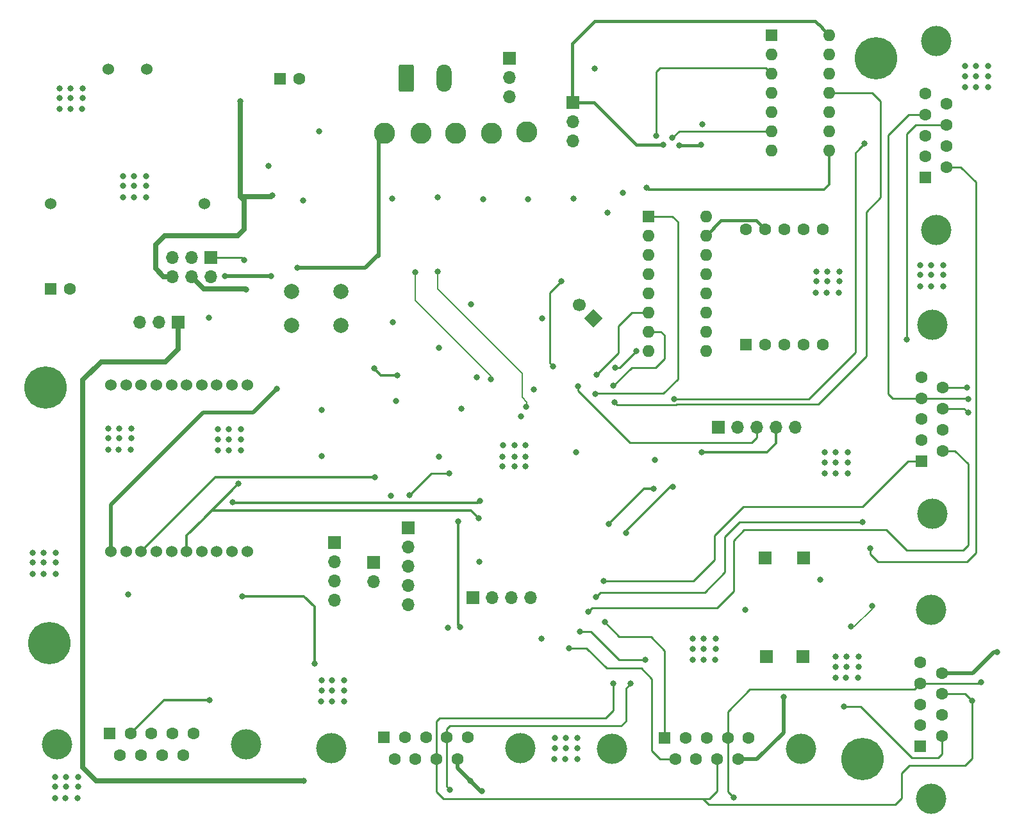
<source format=gbr>
%TF.GenerationSoftware,KiCad,Pcbnew,6.0.11-2627ca5db0~126~ubuntu20.04.1*%
%TF.CreationDate,2023-05-10T16:13:11+05:30*%
%TF.ProjectId,MVCU_F407,4d564355-5f46-4343-9037-2e6b69636164,rev?*%
%TF.SameCoordinates,Original*%
%TF.FileFunction,Copper,L4,Bot*%
%TF.FilePolarity,Positive*%
%FSLAX46Y46*%
G04 Gerber Fmt 4.6, Leading zero omitted, Abs format (unit mm)*
G04 Created by KiCad (PCBNEW 6.0.11-2627ca5db0~126~ubuntu20.04.1) date 2023-05-10 16:13:11*
%MOMM*%
%LPD*%
G01*
G04 APERTURE LIST*
G04 Aperture macros list*
%AMRoundRect*
0 Rectangle with rounded corners*
0 $1 Rounding radius*
0 $2 $3 $4 $5 $6 $7 $8 $9 X,Y pos of 4 corners*
0 Add a 4 corners polygon primitive as box body*
4,1,4,$2,$3,$4,$5,$6,$7,$8,$9,$2,$3,0*
0 Add four circle primitives for the rounded corners*
1,1,$1+$1,$2,$3*
1,1,$1+$1,$4,$5*
1,1,$1+$1,$6,$7*
1,1,$1+$1,$8,$9*
0 Add four rect primitives between the rounded corners*
20,1,$1+$1,$2,$3,$4,$5,0*
20,1,$1+$1,$4,$5,$6,$7,0*
20,1,$1+$1,$6,$7,$8,$9,0*
20,1,$1+$1,$8,$9,$2,$3,0*%
%AMHorizOval*
0 Thick line with rounded ends*
0 $1 width*
0 $2 $3 position (X,Y) of the first rounded end (center of the circle)*
0 $4 $5 position (X,Y) of the second rounded end (center of the circle)*
0 Add line between two ends*
20,1,$1,$2,$3,$4,$5,0*
0 Add two circle primitives to create the rounded ends*
1,1,$1,$2,$3*
1,1,$1,$4,$5*%
%AMRotRect*
0 Rectangle, with rotation*
0 The origin of the aperture is its center*
0 $1 length*
0 $2 width*
0 $3 Rotation angle, in degrees counterclockwise*
0 Add horizontal line*
21,1,$1,$2,0,0,$3*%
G04 Aperture macros list end*
%TA.AperFunction,ComponentPad*%
%ADD10R,1.600000X1.600000*%
%TD*%
%TA.AperFunction,ComponentPad*%
%ADD11O,1.600000X1.600000*%
%TD*%
%TA.AperFunction,ComponentPad*%
%ADD12C,2.800000*%
%TD*%
%TA.AperFunction,ComponentPad*%
%ADD13C,4.000000*%
%TD*%
%TA.AperFunction,ComponentPad*%
%ADD14C,1.600000*%
%TD*%
%TA.AperFunction,ComponentPad*%
%ADD15C,1.524000*%
%TD*%
%TA.AperFunction,ComponentPad*%
%ADD16C,5.600000*%
%TD*%
%TA.AperFunction,ComponentPad*%
%ADD17R,1.700000X1.700000*%
%TD*%
%TA.AperFunction,ComponentPad*%
%ADD18O,1.700000X1.700000*%
%TD*%
%TA.AperFunction,ComponentPad*%
%ADD19RoundRect,0.250000X-0.750000X-1.550000X0.750000X-1.550000X0.750000X1.550000X-0.750000X1.550000X0*%
%TD*%
%TA.AperFunction,ComponentPad*%
%ADD20O,2.000000X3.600000*%
%TD*%
%TA.AperFunction,ComponentPad*%
%ADD21C,2.000000*%
%TD*%
%TA.AperFunction,ComponentPad*%
%ADD22RotRect,1.700000X1.700000X225.000000*%
%TD*%
%TA.AperFunction,ComponentPad*%
%ADD23HorizOval,1.700000X0.000000X0.000000X0.000000X0.000000X0*%
%TD*%
%TA.AperFunction,ViaPad*%
%ADD24C,0.800000*%
%TD*%
%TA.AperFunction,Conductor*%
%ADD25C,0.400000*%
%TD*%
%TA.AperFunction,Conductor*%
%ADD26C,0.250000*%
%TD*%
%TA.AperFunction,Conductor*%
%ADD27C,0.500000*%
%TD*%
%TA.AperFunction,Conductor*%
%ADD28C,0.300000*%
%TD*%
%TA.AperFunction,Conductor*%
%ADD29C,0.700000*%
%TD*%
%TA.AperFunction,Conductor*%
%ADD30C,0.200000*%
%TD*%
G04 APERTURE END LIST*
D10*
%TO.P,U1,1*%
%TO.N,GND*%
X162371000Y-38394000D03*
D11*
%TO.P,U1,2*%
%TO.N,Net-(R2-Pad1)*%
X162371000Y-40934000D03*
%TO.P,U1,3*%
%TO.N,/DI_LLS*%
X162371000Y-43474000D03*
%TO.P,U1,4*%
%TO.N,GND*%
X162371000Y-46014000D03*
%TO.P,U1,5*%
%TO.N,Net-(R4-Pad1)*%
X162371000Y-48554000D03*
%TO.P,U1,6*%
%TO.N,/SCK_LLS*%
X162371000Y-51094000D03*
%TO.P,U1,7,GND*%
%TO.N,GND*%
X162371000Y-53634000D03*
%TO.P,U1,8*%
%TO.N,/CS_LLS*%
X169991000Y-53634000D03*
%TO.P,U1,9*%
%TO.N,Net-(R5-Pad1)*%
X169991000Y-51094000D03*
%TO.P,U1,10*%
%TO.N,GND*%
X169991000Y-48554000D03*
%TO.P,U1,11*%
%TO.N,/SD_MISO*%
X169991000Y-46014000D03*
%TO.P,U1,12*%
%TO.N,Net-(R6-Pad1)*%
X169991000Y-43474000D03*
%TO.P,U1,13*%
%TO.N,GND*%
X169991000Y-40934000D03*
%TO.P,U1,14,VCC*%
%TO.N,+3.3V*%
X169991000Y-38394000D03*
%TD*%
D12*
%TO.P,+Vin,1,1*%
%TO.N,/mornsun_Vin*%
X130054000Y-51223000D03*
%TD*%
%TO.P,-Vin,1,1*%
%TO.N,/mornsun_minus*%
X125355000Y-51350000D03*
%TD*%
D13*
%TO.P,J6,0,PAD*%
%TO.N,GND*%
X183606107Y-76656893D03*
X183606107Y-101656893D03*
D10*
%TO.P,J6,1,1*%
%TO.N,/MVCU_HBT*%
X182186107Y-94696893D03*
D14*
%TO.P,J6,2,2*%
%TO.N,/CAN_N*%
X182186107Y-91926893D03*
%TO.P,J6,3,3*%
%TO.N,GND*%
X182186107Y-89156893D03*
%TO.P,J6,4,4*%
%TO.N,/I2C3_SCL*%
X182186107Y-86386893D03*
%TO.P,J6,5,5*%
%TO.N,GND*%
X182186107Y-83616893D03*
%TO.P,J6,6,6*%
%TO.N,/VCU2_HBT*%
X185026107Y-93311893D03*
%TO.P,J6,7,7*%
%TO.N,/CAN_P*%
X185026107Y-90541893D03*
%TO.P,J6,8,8*%
%TO.N,/I2C_SDA*%
X185026107Y-87771893D03*
%TO.P,J6,9,9*%
%TO.N,+5V*%
X185026107Y-85001893D03*
%TD*%
D15*
%TO.P,U9,1,1*%
%TO.N,+3.3V*%
X75100660Y-106648200D03*
%TO.P,U9,2,2*%
%TO.N,/Xbee_Tx*%
X77102180Y-106648200D03*
%TO.P,U9,3,3*%
%TO.N,/Xbee_Rx*%
X79101160Y-106648200D03*
%TO.P,U9,4,4*%
%TO.N,unconnected-(U9-Pad4)*%
X81102680Y-106648200D03*
%TO.P,U9,5,5*%
%TO.N,/RST*%
X83101660Y-106648200D03*
%TO.P,U9,6,6*%
%TO.N,/RSSI*%
X85100640Y-106648200D03*
%TO.P,U9,7,7*%
%TO.N,unconnected-(U9-Pad7)*%
X87102160Y-106648200D03*
%TO.P,U9,8,8*%
%TO.N,unconnected-(U9-Pad8)*%
X89101140Y-106648200D03*
%TO.P,U9,9,9*%
%TO.N,unconnected-(U9-Pad9)*%
X91102660Y-106648200D03*
%TO.P,U9,10,10*%
%TO.N,GND*%
X93101640Y-106648200D03*
%TO.P,U9,11,11*%
%TO.N,unconnected-(U9-Pad11)*%
X93101640Y-84651800D03*
%TO.P,U9,12,12*%
%TO.N,unconnected-(U9-Pad12)*%
X91102660Y-84651800D03*
%TO.P,U9,13,13*%
%TO.N,unconnected-(U9-Pad13)*%
X89101140Y-84651800D03*
%TO.P,U9,14,14*%
%TO.N,unconnected-(U9-Pad14)*%
X87102160Y-84651800D03*
%TO.P,U9,15,15*%
%TO.N,Net-(R23-Pad2)*%
X85100640Y-84651800D03*
%TO.P,U9,16,16*%
%TO.N,unconnected-(U9-Pad16)*%
X83101660Y-84651800D03*
%TO.P,U9,17,17*%
%TO.N,unconnected-(U9-Pad17)*%
X81102680Y-84651800D03*
%TO.P,U9,18,18*%
%TO.N,unconnected-(U9-Pad18)*%
X79101160Y-84651800D03*
%TO.P,U9,19,19*%
%TO.N,unconnected-(U9-Pad19)*%
X77102180Y-84651800D03*
%TO.P,U9,20,20*%
%TO.N,unconnected-(U9-Pad20)*%
X75100660Y-84651800D03*
%TD*%
D10*
%TO.P,U10,1,E*%
%TO.N,Net-(U10-Pad1)*%
X158995000Y-79300000D03*
D14*
%TO.P,U10,2,D*%
%TO.N,Net-(U10-Pad2)*%
X161535000Y-79300000D03*
%TO.P,U10,3,CC*%
%TO.N,GND*%
X164075000Y-79300000D03*
%TO.P,U10,4,C*%
%TO.N,Net-(U10-Pad4)*%
X166615000Y-79300000D03*
%TO.P,U10,5,DP*%
%TO.N,unconnected-(U10-Pad5)*%
X169155000Y-79300000D03*
%TO.P,U10,6,B*%
%TO.N,Net-(U10-Pad6)*%
X169155000Y-64060000D03*
%TO.P,U10,7,A*%
%TO.N,Net-(U10-Pad7)*%
X166615000Y-64060000D03*
%TO.P,U10,8,CC*%
%TO.N,GND*%
X164075000Y-64060000D03*
%TO.P,U10,9,F*%
%TO.N,Net-(U10-Pad9)*%
X161535000Y-64060000D03*
%TO.P,U10,10,G*%
%TO.N,Net-(U10-Pad10)*%
X158995000Y-64060000D03*
%TD*%
D16*
%TO.P,H4,1,1*%
%TO.N,GND*%
X176155000Y-41444000D03*
%TD*%
%TO.P,H2,1,1*%
%TO.N,GND*%
X66932107Y-118792893D03*
%TD*%
D17*
%TO.P,J2,1,Pin_1*%
%TO.N,/ADC_in6*%
X114425000Y-103525000D03*
D18*
%TO.P,J2,2,Pin_2*%
%TO.N,/ADC_in7*%
X114425000Y-106065000D03*
%TO.P,J2,3,Pin_3*%
%TO.N,/ADC_in14*%
X114425000Y-108605000D03*
%TO.P,J2,4,Pin_4*%
%TO.N,/ADC_in15*%
X114425000Y-111145000D03*
%TO.P,J2,5,Pin_5*%
%TO.N,/ADC_in8*%
X114425000Y-113685000D03*
%TD*%
D13*
%TO.P,J7,0,PAD*%
%TO.N,GND*%
X104222107Y-132632562D03*
X129222107Y-132632562D03*
D10*
%TO.P,J7,1,1*%
%TO.N,/MVCU_HBT*%
X111182107Y-131212562D03*
D14*
%TO.P,J7,2,2*%
%TO.N,/CAN_N*%
X113952107Y-131212562D03*
%TO.P,J7,3,3*%
%TO.N,GND*%
X116722107Y-131212562D03*
%TO.P,J7,4,4*%
%TO.N,/I2C3_SCL*%
X119492107Y-131212562D03*
%TO.P,J7,5,5*%
%TO.N,GND*%
X122262107Y-131212562D03*
%TO.P,J7,6,6*%
%TO.N,/VCU5_HBT*%
X112567107Y-134052562D03*
%TO.P,J7,7,7*%
%TO.N,/CAN_P*%
X115337107Y-134052562D03*
%TO.P,J7,8,8*%
%TO.N,/I2C_SDA*%
X118107107Y-134052562D03*
%TO.P,J7,9,9*%
%TO.N,+5V*%
X120877107Y-134052562D03*
%TD*%
D13*
%TO.P,J11,0,PAD*%
%TO.N,GND*%
X184125776Y-39156893D03*
X184125776Y-64156893D03*
D10*
%TO.P,J11,1,1*%
%TO.N,/MVCU_HBT*%
X182705776Y-57196893D03*
D14*
%TO.P,J11,2,2*%
%TO.N,/CAN_N*%
X182705776Y-54426893D03*
%TO.P,J11,3,3*%
%TO.N,GND*%
X182705776Y-51656893D03*
%TO.P,J11,4,4*%
%TO.N,/I2C3_SCL*%
X182705776Y-48886893D03*
%TO.P,J11,5,5*%
%TO.N,GND*%
X182705776Y-46116893D03*
%TO.P,J11,6,6*%
%TO.N,/VCU1_HBT*%
X185545776Y-55811893D03*
%TO.P,J11,7,7*%
%TO.N,/CAN_P*%
X185545776Y-53041893D03*
%TO.P,J11,8,8*%
%TO.N,/I2C_SDA*%
X185545776Y-50271893D03*
%TO.P,J11,9,9*%
%TO.N,+5V*%
X185545776Y-47501893D03*
%TD*%
D17*
%TO.P,J20,1,Pin_1*%
%TO.N,/CAN_Rx*%
X161677000Y-120565000D03*
%TD*%
%TO.P,J13,1,Pin_1*%
%TO.N,/SWDIO*%
X155400000Y-90200000D03*
D18*
%TO.P,J13,2,Pin_2*%
%TO.N,/SWCLK*%
X157940000Y-90200000D03*
%TO.P,J13,3,Pin_3*%
%TO.N,/SWo*%
X160480000Y-90200000D03*
%TO.P,J13,4,Pin_4*%
%TO.N,+3.3V*%
X163020000Y-90200000D03*
%TO.P,J13,5,Pin_5*%
%TO.N,GND*%
X165560000Y-90200000D03*
%TD*%
D17*
%TO.P,J16,1,Pin_1*%
%TO.N,GND*%
X127768000Y-41459000D03*
D18*
%TO.P,J16,2,Pin_2*%
%TO.N,/mornsun_minus*%
X127768000Y-43999000D03*
%TO.P,J16,3,Pin_3*%
%TO.N,unconnected-(J16-Pad3)*%
X127768000Y-46539000D03*
%TD*%
D17*
%TO.P,J10,1,Pin_1*%
%TO.N,/USART2_Tx*%
X104625000Y-105500000D03*
D18*
%TO.P,J10,2,Pin_2*%
%TO.N,/USART2_Rx*%
X104625000Y-108040000D03*
%TO.P,J10,3,Pin_3*%
%TO.N,/gpio*%
X104625000Y-110580000D03*
%TO.P,J10,4,Pin_4*%
%TO.N,GND*%
X104625000Y-113120000D03*
%TD*%
D13*
%TO.P,J12,0,PAD*%
%TO.N,GND*%
X183452669Y-139356893D03*
X183452669Y-114356893D03*
D10*
%TO.P,J12,1,1*%
%TO.N,/MVCU_HBT*%
X182032669Y-132396893D03*
D14*
%TO.P,J12,2,2*%
%TO.N,/CAN_N*%
X182032669Y-129626893D03*
%TO.P,J12,3,3*%
%TO.N,GND*%
X182032669Y-126856893D03*
%TO.P,J12,4,4*%
%TO.N,/I2C3_SCL*%
X182032669Y-124086893D03*
%TO.P,J12,5,5*%
%TO.N,GND*%
X182032669Y-121316893D03*
%TO.P,J12,6,6*%
%TO.N,/VCU3_HBT*%
X184872669Y-131011893D03*
%TO.P,J12,7,7*%
%TO.N,/CAN_P*%
X184872669Y-128241893D03*
%TO.P,J12,8,8*%
%TO.N,/I2C_SDA*%
X184872669Y-125471893D03*
%TO.P,J12,9,9*%
%TO.N,+5V*%
X184872669Y-122701893D03*
%TD*%
D17*
%TO.P,J21,1,Pin_1*%
%TO.N,/CAN_P*%
X166657000Y-107455000D03*
%TD*%
D10*
%TO.P,U8,1,B*%
%TO.N,/display_b*%
X146105000Y-62327500D03*
D11*
%TO.P,U8,2,C*%
%TO.N,/display_c*%
X146105000Y-64867500D03*
%TO.P,U8,3,LT*%
%TO.N,Net-(J9-Pad2)*%
X146105000Y-67407500D03*
%TO.P,U8,4,BI*%
%TO.N,Net-(J9-Pad4)*%
X146105000Y-69947500D03*
%TO.P,U8,5,RBI*%
%TO.N,Net-(J9-Pad6)*%
X146105000Y-72487500D03*
%TO.P,U8,6,D*%
%TO.N,/display_d*%
X146105000Y-75027500D03*
%TO.P,U8,7,A*%
%TO.N,/display_a*%
X146105000Y-77567500D03*
%TO.P,U8,8,GND*%
%TO.N,GND*%
X146105000Y-80107500D03*
%TO.P,U8,9,e*%
%TO.N,Net-(U10-Pad1)*%
X153725000Y-80107500D03*
%TO.P,U8,10,d*%
%TO.N,Net-(U10-Pad2)*%
X153725000Y-77567500D03*
%TO.P,U8,11,c*%
%TO.N,Net-(U10-Pad4)*%
X153725000Y-75027500D03*
%TO.P,U8,12,b*%
%TO.N,Net-(U10-Pad6)*%
X153725000Y-72487500D03*
%TO.P,U8,13,a*%
%TO.N,Net-(U10-Pad7)*%
X153725000Y-69947500D03*
%TO.P,U8,14,g*%
%TO.N,Net-(U10-Pad10)*%
X153725000Y-67407500D03*
%TO.P,U8,15,f*%
%TO.N,Net-(U10-Pad9)*%
X153725000Y-64867500D03*
%TO.P,U8,16,VCC*%
%TO.N,+5V*%
X153725000Y-62327500D03*
%TD*%
D16*
%TO.P,H3,1,1*%
%TO.N,GND*%
X66475000Y-85000000D03*
%TD*%
D12*
%TO.P,+5V,1,1*%
%TO.N,+5V*%
X111258000Y-51350000D03*
%TD*%
D19*
%TO.P,J5,1,Pin_1*%
%TO.N,/mornsun_minus*%
X114152107Y-44071500D03*
D20*
%TO.P,J5,2,Pin_2*%
%TO.N,/mornsun_Vin*%
X119152107Y-44071500D03*
%TD*%
D17*
%TO.P,J17,1,Pin_1*%
%TO.N,GND*%
X88275000Y-67750000D03*
D18*
%TO.P,J17,2,Pin_2*%
%TO.N,+3.3V*%
X88275000Y-70290000D03*
%TO.P,J17,3,Pin_3*%
%TO.N,GND*%
X85735000Y-67750000D03*
%TO.P,J17,4,Pin_4*%
%TO.N,+5V*%
X85735000Y-70290000D03*
%TO.P,J17,5,Pin_5*%
%TO.N,GND*%
X83195000Y-67750000D03*
%TO.P,J17,6,Pin_6*%
%TO.N,/mornsun_Vin*%
X83195000Y-70290000D03*
%TD*%
D17*
%TO.P,J22,1,Pin_1*%
%TO.N,/CAN_N*%
X166503000Y-120565000D03*
%TD*%
D13*
%TO.P,J4,0,PAD*%
%TO.N,GND*%
X67972107Y-132132562D03*
X92972107Y-132132562D03*
D10*
%TO.P,J4,1,1*%
%TO.N,unconnected-(J4-Pad1)*%
X74932107Y-130712562D03*
D14*
%TO.P,J4,2,2*%
%TO.N,/Rx*%
X77702107Y-130712562D03*
%TO.P,J4,3,3*%
%TO.N,/Tx*%
X80472107Y-130712562D03*
%TO.P,J4,4,4*%
%TO.N,unconnected-(J4-Pad4)*%
X83242107Y-130712562D03*
%TO.P,J4,5,5*%
%TO.N,GND*%
X86012107Y-130712562D03*
%TO.P,J4,6,6*%
%TO.N,unconnected-(J4-Pad6)*%
X76317107Y-133552562D03*
%TO.P,J4,7,7*%
%TO.N,unconnected-(J4-Pad7)*%
X79087107Y-133552562D03*
%TO.P,J4,8,8*%
%TO.N,unconnected-(J4-Pad8)*%
X81857107Y-133552562D03*
%TO.P,J4,9,9*%
%TO.N,unconnected-(J4-Pad9)*%
X84627107Y-133552562D03*
%TD*%
D17*
%TO.P,J14,1,Pin_1*%
%TO.N,/SPI2_SCK*%
X122925000Y-112700000D03*
D18*
%TO.P,J14,2,Pin_2*%
%TO.N,/SPI2_MISO*%
X125465000Y-112700000D03*
%TO.P,J14,3,Pin_3*%
%TO.N,/SPI2_MOSI*%
X128005000Y-112700000D03*
%TO.P,J14,4,Pin_4*%
%TO.N,GND*%
X130545000Y-112700000D03*
%TD*%
D16*
%TO.P,H1,1,1*%
%TO.N,GND*%
X174425000Y-134100000D03*
%TD*%
D17*
%TO.P,J18,1,Pin_1*%
%TO.N,+5V*%
X83975000Y-76300000D03*
D18*
%TO.P,J18,2,Pin_2*%
%TO.N,Net-(C26-Pad1)*%
X81435000Y-76300000D03*
%TO.P,J18,3,Pin_3*%
%TO.N,unconnected-(J18-Pad3)*%
X78895000Y-76300000D03*
%TD*%
D12*
%TO.P,3V3,1,1*%
%TO.N,+3.3V*%
X116084000Y-51350000D03*
%TD*%
D13*
%TO.P,J8,0,PAD*%
%TO.N,GND*%
X166322107Y-132682562D03*
X141322107Y-132682562D03*
D10*
%TO.P,J8,1,1*%
%TO.N,/MVCU_HBT*%
X148282107Y-131262562D03*
D14*
%TO.P,J8,2,2*%
%TO.N,/CAN_N*%
X151052107Y-131262562D03*
%TO.P,J8,3,3*%
%TO.N,GND*%
X153822107Y-131262562D03*
%TO.P,J8,4,4*%
%TO.N,/I2C3_SCL*%
X156592107Y-131262562D03*
%TO.P,J8,5,5*%
%TO.N,GND*%
X159362107Y-131262562D03*
%TO.P,J8,6,6*%
%TO.N,/VCU4_HBT*%
X149667107Y-134102562D03*
%TO.P,J8,7,7*%
%TO.N,/CAN_P*%
X152437107Y-134102562D03*
%TO.P,J8,8,8*%
%TO.N,/I2C_SDA*%
X155207107Y-134102562D03*
%TO.P,J8,9,9*%
%TO.N,+5V*%
X157977107Y-134102562D03*
%TD*%
D21*
%TO.P,SW1,1,1*%
%TO.N,GND*%
X105482107Y-72242893D03*
X98982107Y-72242893D03*
%TO.P,SW1,2,2*%
%TO.N,Net-(C3-Pad1)*%
X105482107Y-76742893D03*
X98982107Y-76742893D03*
%TD*%
D17*
%TO.P,J19,1,Pin_1*%
%TO.N,/CAN_Tx*%
X161507000Y-107530000D03*
%TD*%
D10*
%TO.P,C27,1*%
%TO.N,GND*%
X67172349Y-71900000D03*
D14*
%TO.P,C27,2*%
%TO.N,Net-(C26-Pad1)*%
X69672349Y-71900000D03*
%TD*%
D22*
%TO.P,J15,1,Pin_1*%
%TO.N,/I2C1_SCL*%
X138826562Y-75851562D03*
D23*
%TO.P,J15,2,Pin_2*%
%TO.N,/I2C1_SDA*%
X137030511Y-74055511D03*
%TD*%
D15*
%TO.P,U7,1,GND*%
%TO.N,/mornsun_minus*%
X79872107Y-42913893D03*
%TO.P,U7,2,Vin*%
%TO.N,/mornsun_Vin*%
X74792107Y-42913893D03*
%TO.P,U7,3,+Vo*%
%TO.N,Net-(C26-Pad1)*%
X67172107Y-60693893D03*
%TO.P,U7,4,0V*%
%TO.N,GND*%
X87492107Y-60693893D03*
%TD*%
D12*
%TO.P,GND,1,1*%
%TO.N,GND*%
X120656000Y-51350000D03*
%TD*%
D17*
%TO.P,J1,1,Pin_1*%
%TO.N,+3.3V*%
X136150000Y-47275000D03*
D18*
%TO.P,J1,2,Pin_2*%
%TO.N,Net-(J1-Pad2)*%
X136150000Y-49815000D03*
%TO.P,J1,3,Pin_3*%
%TO.N,GND*%
X136150000Y-52355000D03*
%TD*%
D10*
%TO.P,C24,1*%
%TO.N,/mornsun_Vin*%
X97472349Y-44200000D03*
D14*
%TO.P,C24,2*%
%TO.N,GND*%
X99972349Y-44200000D03*
%TD*%
D17*
%TO.P,J23,1,Pin_1*%
%TO.N,/DAC_1*%
X109825000Y-108065000D03*
D18*
%TO.P,J23,2,Pin_2*%
%TO.N,/DAC_2*%
X109825000Y-110605000D03*
%TD*%
D24*
%TO.N,GND*%
X133725000Y-134100000D03*
X135150000Y-134100000D03*
X135175000Y-131325000D03*
X136775000Y-131325000D03*
X136750000Y-134100000D03*
X135175000Y-132625000D03*
X133750000Y-132625000D03*
X136775000Y-132625000D03*
X133750000Y-131325000D03*
X168275000Y-72400000D03*
X169700000Y-72400000D03*
X169725000Y-69625000D03*
X171325000Y-69625000D03*
X171300000Y-72400000D03*
X169725000Y-70925000D03*
X168300000Y-70925000D03*
X171325000Y-70925000D03*
X168300000Y-69625000D03*
X89250000Y-93275000D03*
X90675000Y-93275000D03*
X90700000Y-90500000D03*
X92300000Y-90500000D03*
X92275000Y-93275000D03*
X90700000Y-91800000D03*
X89275000Y-91800000D03*
X92300000Y-91800000D03*
X89275000Y-90500000D03*
X129900000Y-92625000D03*
X128475000Y-92625000D03*
X128450000Y-95400000D03*
X126850000Y-95400000D03*
X126875000Y-92625000D03*
X128450000Y-94100000D03*
X129875000Y-94100000D03*
X126850000Y-94100000D03*
X129875000Y-95400000D03*
X187950000Y-45275000D03*
X189375000Y-45275000D03*
X189400000Y-42500000D03*
X191000000Y-42500000D03*
X190975000Y-45275000D03*
X189400000Y-43800000D03*
X187975000Y-43800000D03*
X191000000Y-43800000D03*
X187975000Y-42500000D03*
X182050000Y-71575000D03*
X183475000Y-71575000D03*
X183500000Y-68800000D03*
X185100000Y-68800000D03*
X185075000Y-71575000D03*
X183500000Y-70100000D03*
X182075000Y-70100000D03*
X185100000Y-70100000D03*
X182075000Y-68800000D03*
X170825000Y-123325000D03*
X172250000Y-123325000D03*
X172275000Y-120550000D03*
X173875000Y-120550000D03*
X173850000Y-123325000D03*
X172275000Y-121850000D03*
X170850000Y-121850000D03*
X173875000Y-121850000D03*
X170850000Y-120550000D03*
X169425000Y-96325000D03*
X170850000Y-96325000D03*
X170875000Y-93550000D03*
X172475000Y-93550000D03*
X172450000Y-96325000D03*
X170875000Y-94850000D03*
X169450000Y-94850000D03*
X172475000Y-94850000D03*
X169450000Y-93550000D03*
X151950000Y-120975000D03*
X153375000Y-120975000D03*
X153400000Y-118200000D03*
X155000000Y-118200000D03*
X154975000Y-120975000D03*
X153400000Y-119500000D03*
X151975000Y-119500000D03*
X155000000Y-119500000D03*
X151975000Y-118200000D03*
X102900000Y-126475000D03*
X104325000Y-126475000D03*
X104350000Y-123700000D03*
X105950000Y-123700000D03*
X105925000Y-126475000D03*
X104350000Y-125000000D03*
X102925000Y-125000000D03*
X105950000Y-125000000D03*
X102925000Y-123700000D03*
X67700000Y-139200000D03*
X69125000Y-139200000D03*
X69150000Y-136425000D03*
X70750000Y-136425000D03*
X70725000Y-139200000D03*
X69150000Y-137725000D03*
X67725000Y-137725000D03*
X70750000Y-137725000D03*
X67725000Y-136425000D03*
X64775000Y-109575000D03*
X66200000Y-109575000D03*
X66225000Y-106800000D03*
X67825000Y-106800000D03*
X67800000Y-109575000D03*
X66225000Y-108100000D03*
X64800000Y-108100000D03*
X67825000Y-108100000D03*
X64800000Y-106800000D03*
X74725000Y-93150000D03*
X76150000Y-93150000D03*
X76175000Y-90375000D03*
X77775000Y-90375000D03*
X77750000Y-93150000D03*
X76175000Y-91675000D03*
X74750000Y-91675000D03*
X77775000Y-91675000D03*
X74750000Y-90375000D03*
X76700000Y-59800000D03*
X78125000Y-59800000D03*
X78150000Y-57025000D03*
X79750000Y-57025000D03*
X79725000Y-59800000D03*
X78150000Y-58325000D03*
X76725000Y-58325000D03*
X79750000Y-58325000D03*
X76725000Y-57025000D03*
X69725000Y-48175000D03*
X71325000Y-48175000D03*
X68300000Y-48175000D03*
X69750000Y-46700000D03*
X71350000Y-46700000D03*
X68325000Y-46700000D03*
X71350000Y-45400000D03*
X69750000Y-45400000D03*
X68325000Y-45400000D03*
X158883000Y-114342000D03*
X92716000Y-68114000D03*
X142754000Y-59224000D03*
X130250000Y-60075000D03*
X112300000Y-60000000D03*
X136225000Y-60000000D03*
X102994000Y-94033500D03*
X118475000Y-79700000D03*
X136531000Y-93514000D03*
X112385353Y-76300000D03*
X146945000Y-94530000D03*
X130943000Y-85259000D03*
X153114000Y-52860000D03*
X112125000Y-99300000D03*
X102622000Y-51096000D03*
X121418000Y-87799000D03*
X132025000Y-118200000D03*
X102994000Y-87937500D03*
X150193000Y-52987000D03*
X129292000Y-88815000D03*
X77349000Y-112310000D03*
X122688000Y-73956000D03*
X153225000Y-50209000D03*
X88017000Y-75734000D03*
X168787000Y-110399500D03*
X118425000Y-94100000D03*
X112782000Y-86783000D03*
X100463000Y-60240000D03*
X132086000Y-75861000D03*
X119625000Y-116700000D03*
X95891000Y-55668000D03*
X124250000Y-60050000D03*
X123450000Y-83608000D03*
X123825000Y-108000000D03*
X140722000Y-61891000D03*
X118250000Y-59850000D03*
X139050000Y-42775000D03*
%TO.N,+3.3V*%
X148096000Y-52860000D03*
X90176000Y-70273000D03*
X153166000Y-93514000D03*
X96272000Y-70273000D03*
X97034000Y-85132000D03*
%TO.N,Net-(C3-Pad1)*%
X109861000Y-82465000D03*
X112909000Y-83354000D03*
%TO.N,+5V*%
X163963000Y-125899000D03*
X100590000Y-136948000D03*
X122573000Y-136948000D03*
X99701000Y-69130000D03*
X192157000Y-119930000D03*
X92970000Y-72051000D03*
X188220000Y-85005000D03*
X124085000Y-138345000D03*
%TO.N,Net-(C21-Pad2)*%
X101987000Y-121454000D03*
X92462000Y-112564000D03*
%TO.N,/CS_LLS*%
X145875000Y-58575000D03*
%TO.N,/DI_LLS*%
X147145000Y-51717000D03*
%TO.N,/SCK_LLS*%
X149304000Y-51971000D03*
%TO.N,/Rx*%
X88144000Y-126280000D03*
%TO.N,/MVCU_HBT*%
X140214000Y-110532000D03*
X140341000Y-115993000D03*
%TO.N,/I2C3_SCL*%
X119925000Y-138100000D03*
X157425000Y-139194500D03*
X143135000Y-104182000D03*
X190083500Y-123908500D03*
X143770000Y-124121000D03*
X188347000Y-86529000D03*
X149358000Y-98086000D03*
%TO.N,/VCU1_HBT*%
X175393000Y-106214000D03*
X139200000Y-112675000D03*
X174377000Y-102785000D03*
%TO.N,/I2C_SDA*%
X141484000Y-124121000D03*
X140849000Y-103039000D03*
X180219000Y-78655000D03*
X188347000Y-88307000D03*
X146818000Y-98340000D03*
X188855000Y-126407000D03*
%TO.N,/VCU4_HBT*%
X135604500Y-119450000D03*
%TO.N,/VCU2_HBT*%
X138200000Y-114575000D03*
%TO.N,/VCU3_HBT*%
X145675000Y-120946000D03*
X137050000Y-117225000D03*
X171964000Y-127169000D03*
%TO.N,/SD_CS*%
X174704000Y-52733000D03*
X149485000Y-86529000D03*
%TO.N,/E1*%
X133549336Y-82150337D03*
X134626000Y-70908000D03*
%TO.N,/C13*%
X129927000Y-87545000D03*
X118243000Y-69638000D03*
%TO.N,/C14*%
X115322000Y-69765000D03*
X125345873Y-83871127D03*
%TO.N,/RSSI*%
X91954000Y-97705000D03*
X123675000Y-102225000D03*
%TO.N,/SD_MISO*%
X141611000Y-86910000D03*
%TO.N,/RST*%
X91192000Y-100118000D03*
X123831000Y-99991000D03*
%TO.N,/Xbee_Rx*%
X109988000Y-96816000D03*
%TO.N,/DAC_1*%
X119825000Y-96324500D03*
X114525000Y-99200000D03*
%TO.N,/ADC_in9*%
X121025000Y-102700000D03*
X121225000Y-116600000D03*
%TO.N,/display_d*%
X139275000Y-83275000D03*
%TO.N,/display_c*%
X144532000Y-80179000D03*
X141700000Y-82375000D03*
%TO.N,/display_b*%
X139134500Y-85830500D03*
%TO.N,/display_a*%
X141484000Y-84751000D03*
%TO.N,/SWo*%
X136800000Y-84800000D03*
%TO.N,/mornsun_Vin*%
X92208000Y-47159000D03*
X96399000Y-59605000D03*
%TO.N,/CAN_N*%
X172926268Y-116574268D03*
X175656768Y-113843768D03*
%TD*%
D25*
%TO.N,+3.3V*%
X139037000Y-36525000D02*
X168188000Y-36525000D01*
D26*
%TO.N,GND*%
X88275000Y-67750000D02*
X92352000Y-67750000D01*
D25*
X150193000Y-52987000D02*
X152987000Y-52987000D01*
X152987000Y-52987000D02*
X153114000Y-52860000D01*
D26*
X92352000Y-67750000D02*
X92716000Y-68114000D01*
D27*
%TO.N,+3.3V*%
X90176000Y-70273000D02*
X96272000Y-70273000D01*
D25*
X144535000Y-52860000D02*
X138950000Y-47275000D01*
X138950000Y-47275000D02*
X136150000Y-47275000D01*
D27*
X75100660Y-100461340D02*
X75100660Y-106648200D01*
D28*
X153166000Y-93514000D02*
X161804000Y-93514000D01*
D25*
X136023000Y-47275000D02*
X136023000Y-39539000D01*
X169043000Y-37446000D02*
X169991000Y-38394000D01*
D27*
X93859000Y-88307000D02*
X87255000Y-88307000D01*
D25*
X136023000Y-39539000D02*
X139037000Y-36525000D01*
D27*
X97034000Y-85132000D02*
X93859000Y-88307000D01*
D25*
X148034000Y-52860000D02*
X144535000Y-52860000D01*
D28*
X161804000Y-93514000D02*
X163020000Y-92298000D01*
D27*
X87255000Y-88307000D02*
X75100660Y-100461340D01*
D28*
X163020000Y-92298000D02*
X163020000Y-90200000D01*
D25*
X168188000Y-36525000D02*
X169043000Y-37380000D01*
D28*
%TO.N,Net-(C3-Pad1)*%
X110750000Y-83354000D02*
X109861000Y-82465000D01*
X112909000Y-83354000D02*
X110750000Y-83354000D01*
D29*
%TO.N,+5V*%
X82302000Y-81576000D02*
X73793000Y-81576000D01*
X71380000Y-135170000D02*
X73158000Y-136948000D01*
D27*
X163963000Y-125899000D02*
X163963000Y-130598000D01*
D29*
X92843000Y-71924000D02*
X92970000Y-72051000D01*
D27*
X123970000Y-138345000D02*
X124085000Y-138345000D01*
D29*
X71380000Y-83989000D02*
X71380000Y-135170000D01*
X73793000Y-81576000D02*
X71380000Y-83989000D01*
D26*
X192157000Y-119930000D02*
X191776000Y-119930000D01*
D27*
X120877107Y-135252107D02*
X120877107Y-134052562D01*
D29*
X83975000Y-79903000D02*
X82302000Y-81576000D01*
D27*
X99701000Y-69130000D02*
X108718000Y-69130000D01*
D29*
X83975000Y-76300000D02*
X83975000Y-79903000D01*
X87369000Y-71924000D02*
X92843000Y-71924000D01*
D27*
X108718000Y-69130000D02*
X110496000Y-67352000D01*
X110496000Y-67606000D02*
X110496000Y-52112000D01*
D26*
X185026107Y-85001893D02*
X188216893Y-85001893D01*
D27*
X122573000Y-136948000D02*
X123970000Y-138345000D01*
X122573000Y-136948000D02*
X120877107Y-135252107D01*
X189004107Y-122701893D02*
X184872669Y-122701893D01*
X110496000Y-52112000D02*
X111258000Y-51350000D01*
X163963000Y-130598000D02*
X160458438Y-134102562D01*
D29*
X85735000Y-70290000D02*
X87369000Y-71924000D01*
D26*
X188216893Y-85001893D02*
X188220000Y-85005000D01*
D29*
X73158000Y-136948000D02*
X100590000Y-136948000D01*
D27*
X160458438Y-134102562D02*
X157977107Y-134102562D01*
X191776000Y-119930000D02*
X189004107Y-122701893D01*
D28*
%TO.N,Net-(C21-Pad2)*%
X101987000Y-113961000D02*
X100590000Y-112564000D01*
X101987000Y-121454000D02*
X101987000Y-113961000D01*
X100590000Y-112564000D02*
X92462000Y-112564000D01*
%TO.N,/CS_LLS*%
X169297000Y-58843000D02*
X169695000Y-58445000D01*
X169991000Y-53634000D02*
X169991000Y-58149000D01*
X145875000Y-58575000D02*
X146143000Y-58843000D01*
X146143000Y-58843000D02*
X169297000Y-58843000D01*
X169991000Y-58149000D02*
X169695000Y-58445000D01*
D26*
%TO.N,/DI_LLS*%
X147653000Y-42700000D02*
X161597000Y-42700000D01*
X147145000Y-43208000D02*
X147653000Y-42700000D01*
X161597000Y-42700000D02*
X162371000Y-43474000D01*
X147145000Y-51717000D02*
X147145000Y-43208000D01*
%TO.N,/SCK_LLS*%
X149304000Y-51971000D02*
X150181000Y-51094000D01*
X150181000Y-51094000D02*
X162371000Y-51094000D01*
D28*
%TO.N,/Rx*%
X77702107Y-130712562D02*
X82134669Y-126280000D01*
X82134669Y-126280000D02*
X87890000Y-126280000D01*
X87890000Y-126280000D02*
X88144000Y-126280000D01*
D26*
%TO.N,/MVCU_HBT*%
X174377000Y-100753000D02*
X158629000Y-100753000D01*
X154819000Y-107738000D02*
X152025000Y-110532000D01*
X158629000Y-100753000D02*
X154819000Y-104563000D01*
X148282107Y-119743107D02*
X148282107Y-123926893D01*
X146437000Y-117898000D02*
X148282107Y-119743107D01*
X180433107Y-94696893D02*
X182186107Y-94696893D01*
X148282107Y-123926893D02*
X148282107Y-131262562D01*
X152025000Y-110532000D02*
X140214000Y-110532000D01*
X154819000Y-104563000D02*
X154819000Y-107738000D01*
X174377000Y-100753000D02*
X180433107Y-94696893D01*
X140341000Y-115993000D02*
X142246000Y-117898000D01*
X142246000Y-117898000D02*
X146437000Y-117898000D01*
%TO.N,/I2C3_SCL*%
X190083500Y-123908500D02*
X189905107Y-124086893D01*
X181236562Y-124883000D02*
X182032669Y-124086893D01*
X156592107Y-127808893D02*
X159518000Y-124883000D01*
X156592107Y-138361607D02*
X156592107Y-131262562D01*
X180523107Y-48886893D02*
X182705776Y-48886893D01*
D28*
X143135000Y-103928000D02*
X148977000Y-98086000D01*
D26*
X143770000Y-124121000D02*
X143135000Y-124756000D01*
X182186107Y-86386893D02*
X178438107Y-86386893D01*
D28*
X148977000Y-98086000D02*
X149358000Y-98086000D01*
D26*
X188204893Y-86386893D02*
X182186107Y-86386893D01*
D28*
X143135000Y-104182000D02*
X143135000Y-103928000D01*
D26*
X177806000Y-85781000D02*
X177806000Y-51604000D01*
X188347000Y-86529000D02*
X188204893Y-86386893D01*
X143135000Y-129074000D02*
X142500000Y-129709000D01*
X156592107Y-131262562D02*
X156592107Y-127808893D01*
X119492107Y-137667107D02*
X119492107Y-131212562D01*
X119925000Y-138100000D02*
X119492107Y-137667107D01*
X142500000Y-129709000D02*
X119894000Y-129709000D01*
X119894000Y-129709000D02*
X119492107Y-130110893D01*
X119492107Y-130110893D02*
X119492107Y-131212562D01*
X189905107Y-124086893D02*
X182032669Y-124086893D01*
X178425000Y-86400000D02*
X177806000Y-85781000D01*
X157425000Y-139194500D02*
X156592107Y-138361607D01*
X159518000Y-124883000D02*
X181236562Y-124883000D01*
X143135000Y-124756000D02*
X143135000Y-129074000D01*
X177806000Y-51604000D02*
X180523107Y-48886893D01*
%TO.N,/VCU1_HBT*%
X158121000Y-102785000D02*
X174377000Y-102785000D01*
X187347893Y-55811893D02*
X185545776Y-55811893D01*
X153549000Y-112056000D02*
X156216000Y-109389000D01*
X189363000Y-57827000D02*
X187347893Y-55811893D01*
X189363000Y-106849000D02*
X189363000Y-57827000D01*
X139819000Y-112056000D02*
X153549000Y-112056000D01*
X188220000Y-107992000D02*
X176409000Y-107992000D01*
X156216000Y-104690000D02*
X158121000Y-102785000D01*
X156216000Y-109389000D02*
X156216000Y-104690000D01*
X139200000Y-112675000D02*
X139819000Y-112056000D01*
X175393000Y-106976000D02*
X175393000Y-106214000D01*
X189363000Y-106849000D02*
X188220000Y-107992000D01*
X176409000Y-107992000D02*
X175393000Y-106976000D01*
%TO.N,/I2C_SDA*%
X141484000Y-127677000D02*
X140468000Y-128693000D01*
X119033000Y-139308000D02*
X118107107Y-138382107D01*
X152917000Y-139308000D02*
X153333000Y-139308000D01*
X154217000Y-139308000D02*
X152917000Y-139308000D01*
X118497000Y-128693000D02*
X118107107Y-129082893D01*
X180219000Y-51477000D02*
X181424107Y-50271893D01*
X155207107Y-138317893D02*
X154217000Y-139308000D01*
X178718000Y-140100000D02*
X179584000Y-139234000D01*
D28*
X146818000Y-98340000D02*
X145548000Y-98340000D01*
D26*
X188855000Y-134027000D02*
X188855000Y-126407000D01*
X141484000Y-124121000D02*
X141484000Y-127677000D01*
X155207107Y-134102562D02*
X155207107Y-138317893D01*
X188347000Y-88307000D02*
X187811893Y-87771893D01*
X180600000Y-134916000D02*
X187966000Y-134916000D01*
X188855000Y-126407000D02*
X187919893Y-125471893D01*
X152917000Y-139308000D02*
X119033000Y-139308000D01*
X118107107Y-138382107D02*
X118107107Y-134052562D01*
X187811893Y-87771893D02*
X185026107Y-87771893D01*
X187966000Y-134916000D02*
X188855000Y-134027000D01*
X140468000Y-128693000D02*
X118497000Y-128693000D01*
D28*
X145548000Y-98340000D02*
X140849000Y-103039000D01*
D26*
X180219000Y-78655000D02*
X180219000Y-51477000D01*
X187919893Y-125471893D02*
X184872669Y-125471893D01*
X179584000Y-135932000D02*
X180600000Y-134916000D01*
X154125000Y-140100000D02*
X178718000Y-140100000D01*
X153333000Y-139308000D02*
X154125000Y-140100000D01*
X118107107Y-129082893D02*
X118107107Y-134052562D01*
X179584000Y-139234000D02*
X179584000Y-135932000D01*
X181424107Y-50271893D02*
X185545776Y-50271893D01*
%TO.N,/VCU4_HBT*%
X135604500Y-119450000D02*
X137956000Y-119450000D01*
X140595000Y-122089000D02*
X145167000Y-122089000D01*
X146564000Y-123486000D02*
X146564000Y-133011000D01*
X137956000Y-119450000D02*
X140595000Y-122089000D01*
X145167000Y-122089000D02*
X146564000Y-123486000D01*
X146564000Y-133011000D02*
X147655562Y-134102562D01*
X147655562Y-134102562D02*
X149667107Y-134102562D01*
%TO.N,/VCU2_HBT*%
X157359000Y-111929000D02*
X157359000Y-105198000D01*
X157359000Y-105198000D02*
X158756000Y-103801000D01*
X180219000Y-106468000D02*
X187712000Y-106468000D01*
X188347000Y-105833000D02*
X188347000Y-95038000D01*
X138200000Y-114575000D02*
X138687000Y-114088000D01*
X186620893Y-93311893D02*
X185026107Y-93311893D01*
X187712000Y-106468000D02*
X188347000Y-105833000D01*
X188347000Y-95038000D02*
X186620893Y-93311893D01*
X158756000Y-103801000D02*
X177552000Y-103801000D01*
X138687000Y-114088000D02*
X155200000Y-114088000D01*
X177552000Y-103801000D02*
X180219000Y-106468000D01*
X155200000Y-114088000D02*
X157359000Y-111929000D01*
%TO.N,/VCU3_HBT*%
X174194000Y-127169000D02*
X180925000Y-133900000D01*
X184410000Y-133900000D02*
X184872669Y-133437331D01*
X171964000Y-127169000D02*
X174194000Y-127169000D01*
X180925000Y-133900000D02*
X184410000Y-133900000D01*
X142246000Y-120946000D02*
X145675000Y-120946000D01*
X184872669Y-133437331D02*
X184872669Y-131011893D01*
X138525000Y-117225000D02*
X142246000Y-120946000D01*
X137050000Y-117225000D02*
X138525000Y-117225000D01*
%TO.N,/SD_CS*%
X173488000Y-53949000D02*
X174018500Y-53418500D01*
X174704000Y-52733000D02*
X174018500Y-53418500D01*
X149485000Y-86529000D02*
X167265000Y-86529000D01*
X173488000Y-80306000D02*
X173488000Y-53949000D01*
X167265000Y-86529000D02*
X173488000Y-80306000D01*
%TO.N,/E1*%
X133102000Y-81703001D02*
X133102000Y-72432000D01*
X133549336Y-82150337D02*
X133102000Y-81703001D01*
X133102000Y-72432000D02*
X134626000Y-70908000D01*
D30*
%TO.N,/C13*%
X130054000Y-86910000D02*
X130054000Y-87418000D01*
X129419000Y-83100000D02*
X129419000Y-86275000D01*
X130054000Y-87418000D02*
X129927000Y-87545000D01*
X118243000Y-71924000D02*
X129419000Y-83100000D01*
X129419000Y-86275000D02*
X130054000Y-86910000D01*
X118243000Y-69638000D02*
X118243000Y-71924000D01*
%TO.N,/C14*%
X125345873Y-83871127D02*
X125345873Y-83471873D01*
X125345873Y-83471873D02*
X115322000Y-73448000D01*
X115322000Y-73448000D02*
X115322000Y-69765000D01*
D28*
%TO.N,/RSSI*%
X87255000Y-102404000D02*
X91954000Y-97705000D01*
X85100640Y-106648200D02*
X85100640Y-104558360D01*
X122711000Y-101261000D02*
X88398000Y-101261000D01*
X123675000Y-102225000D02*
X122711000Y-101261000D01*
X85100640Y-104558360D02*
X87255000Y-102404000D01*
X88398000Y-101261000D02*
X87255000Y-102404000D01*
D26*
%TO.N,/SD_MISO*%
X174885000Y-80814000D02*
X174885000Y-61764000D01*
X149875305Y-87164000D02*
X168535000Y-87164000D01*
X174885000Y-61764000D02*
X176790000Y-59859000D01*
X176790000Y-59859000D02*
X176790000Y-47140000D01*
X176790000Y-47140000D02*
X175664000Y-46014000D01*
X141611000Y-86910000D02*
X141955000Y-87254000D01*
X141955000Y-87254000D02*
X149785305Y-87254000D01*
X175664000Y-46014000D02*
X169991000Y-46014000D01*
X168535000Y-87164000D02*
X174885000Y-80814000D01*
X149785305Y-87254000D02*
X149875305Y-87164000D01*
D28*
%TO.N,/RST*%
X91319000Y-100245000D02*
X123577000Y-100245000D01*
X123577000Y-100245000D02*
X123831000Y-99991000D01*
X91192000Y-100118000D02*
X91319000Y-100245000D01*
%TO.N,/Xbee_Rx*%
X109988000Y-96816000D02*
X88933360Y-96816000D01*
X88933360Y-96816000D02*
X79101160Y-106648200D01*
D26*
%TO.N,/DAC_1*%
X117400500Y-96324500D02*
X114525000Y-99200000D01*
X119825000Y-96324500D02*
X117400500Y-96324500D01*
D28*
%TO.N,/ADC_in9*%
X121025000Y-116400000D02*
X121225000Y-116600000D01*
X121025000Y-102700000D02*
X121025000Y-116400000D01*
D26*
%TO.N,/display_d*%
X143968500Y-75027500D02*
X146105000Y-75027500D01*
X142119000Y-80431000D02*
X142119000Y-76877000D01*
X139275000Y-83275000D02*
X142119000Y-80431000D01*
X142119000Y-76877000D02*
X143968500Y-75027500D01*
%TO.N,/display_c*%
X141700000Y-82375000D02*
X142336000Y-82375000D01*
X142336000Y-82375000D02*
X144532000Y-80179000D01*
%TO.N,/display_b*%
X148088000Y-85767000D02*
X149993000Y-83862000D01*
X149993000Y-63034000D02*
X149286500Y-62327500D01*
X149286500Y-62327500D02*
X146105000Y-62327500D01*
X139134500Y-85830500D02*
X139198000Y-85767000D01*
X139198000Y-85767000D02*
X148088000Y-85767000D01*
X149993000Y-83862000D02*
X149993000Y-63034000D01*
D25*
%TO.N,Net-(U10-Pad9)*%
X155685500Y-62907000D02*
X158450943Y-62907000D01*
X160335000Y-62860000D02*
X161535000Y-64060000D01*
X158497943Y-62860000D02*
X160335000Y-62860000D01*
X153725000Y-64867500D02*
X155685500Y-62907000D01*
X158450943Y-62907000D02*
X158497943Y-62860000D01*
D26*
%TO.N,/display_a*%
X143897000Y-82338000D02*
X147072000Y-82338000D01*
X147762500Y-77567500D02*
X146105000Y-77567500D01*
X147072000Y-82338000D02*
X148215000Y-81195000D01*
X141484000Y-84751000D02*
X143897000Y-82338000D01*
X148215000Y-81195000D02*
X148215000Y-78020000D01*
X148215000Y-78020000D02*
X147762500Y-77567500D01*
%TO.N,/SWo*%
X136800000Y-85401000D02*
X143643000Y-92244000D01*
X159772000Y-92244000D02*
X160480000Y-91536000D01*
X160480000Y-91536000D02*
X160480000Y-90200000D01*
X136800000Y-84800000D02*
X136800000Y-85401000D01*
X143643000Y-92244000D02*
X159772000Y-92244000D01*
D29*
%TO.N,/mornsun_Vin*%
X82065000Y-70290000D02*
X81032000Y-69257000D01*
X96399000Y-59605000D02*
X96272000Y-59732000D01*
X92208000Y-47159000D02*
X92208000Y-59605000D01*
X82175000Y-64939000D02*
X91827000Y-64939000D01*
X83195000Y-70290000D02*
X82065000Y-70290000D01*
X92716000Y-64050000D02*
X92716000Y-60240000D01*
X92716000Y-60240000D02*
X92208000Y-59732000D01*
X96272000Y-59732000D02*
X92589000Y-59732000D01*
X81032000Y-69257000D02*
X81032000Y-66082000D01*
X92589000Y-59732000D02*
X92462000Y-59859000D01*
X81032000Y-66082000D02*
X82175000Y-64939000D01*
X91827000Y-64939000D02*
X92716000Y-64050000D01*
D30*
%TO.N,/CAN_N*%
X173350533Y-116574268D02*
X172926268Y-116574268D01*
X175656768Y-113843768D02*
X175656768Y-114268033D01*
X175656768Y-114268033D02*
X173350533Y-116574268D01*
%TD*%
M02*

</source>
